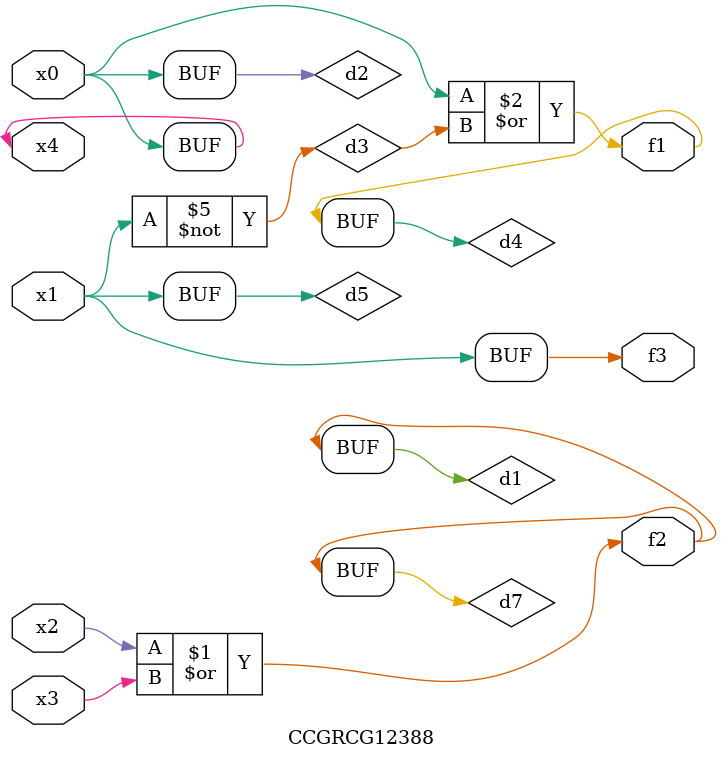
<source format=v>
module CCGRCG12388(
	input x0, x1, x2, x3, x4,
	output f1, f2, f3
);

	wire d1, d2, d3, d4, d5, d6, d7;

	or (d1, x2, x3);
	buf (d2, x0, x4);
	not (d3, x1);
	or (d4, d2, d3);
	not (d5, d3);
	nand (d6, d1, d3);
	or (d7, d1);
	assign f1 = d4;
	assign f2 = d7;
	assign f3 = d5;
endmodule

</source>
